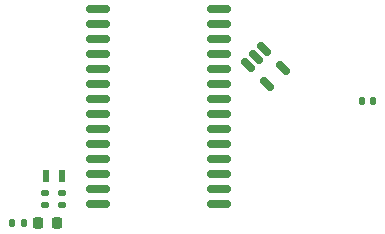
<source format=gbr>
%TF.GenerationSoftware,KiCad,Pcbnew,8.99.0-unknown-4e8e14ae3a~177~ubuntu22.04.1*%
%TF.CreationDate,2024-03-17T17:43:00+10:00*%
%TF.ProjectId,MXBreakout,4d584272-6561-46b6-9f75-742e6b696361,rev?*%
%TF.SameCoordinates,Original*%
%TF.FileFunction,Paste,Top*%
%TF.FilePolarity,Positive*%
%FSLAX46Y46*%
G04 Gerber Fmt 4.6, Leading zero omitted, Abs format (unit mm)*
G04 Created by KiCad (PCBNEW 8.99.0-unknown-4e8e14ae3a~177~ubuntu22.04.1) date 2024-03-17 17:43:00*
%MOMM*%
%LPD*%
G01*
G04 APERTURE LIST*
G04 Aperture macros list*
%AMRoundRect*
0 Rectangle with rounded corners*
0 $1 Rounding radius*
0 $2 $3 $4 $5 $6 $7 $8 $9 X,Y pos of 4 corners*
0 Add a 4 corners polygon primitive as box body*
4,1,4,$2,$3,$4,$5,$6,$7,$8,$9,$2,$3,0*
0 Add four circle primitives for the rounded corners*
1,1,$1+$1,$2,$3*
1,1,$1+$1,$4,$5*
1,1,$1+$1,$6,$7*
1,1,$1+$1,$8,$9*
0 Add four rect primitives between the rounded corners*
20,1,$1+$1,$2,$3,$4,$5,0*
20,1,$1+$1,$4,$5,$6,$7,0*
20,1,$1+$1,$6,$7,$8,$9,0*
20,1,$1+$1,$8,$9,$2,$3,0*%
G04 Aperture macros list end*
%ADD10RoundRect,0.150000X0.875000X0.150000X-0.875000X0.150000X-0.875000X-0.150000X0.875000X-0.150000X0*%
%ADD11RoundRect,0.218750X0.218750X0.256250X-0.218750X0.256250X-0.218750X-0.256250X0.218750X-0.256250X0*%
%ADD12RoundRect,0.150000X-0.468458X0.256326X0.256326X-0.468458X0.468458X-0.256326X-0.256326X0.468458X0*%
%ADD13RoundRect,0.140000X0.170000X-0.140000X0.170000X0.140000X-0.170000X0.140000X-0.170000X-0.140000X0*%
%ADD14RoundRect,0.135000X0.135000X0.185000X-0.135000X0.185000X-0.135000X-0.185000X0.135000X-0.185000X0*%
%ADD15RoundRect,0.140000X-0.140000X-0.170000X0.140000X-0.170000X0.140000X0.170000X-0.140000X0.170000X0*%
%ADD16R,0.600000X1.100000*%
G04 APERTURE END LIST*
D10*
%TO.C,U1*%
X69000000Y-61450000D03*
X69000000Y-60180000D03*
X69000000Y-58910000D03*
X69000000Y-57640000D03*
X69000000Y-56370000D03*
X69000000Y-55100000D03*
X69000000Y-53830000D03*
X69000000Y-52560000D03*
X69000000Y-51290000D03*
X69000000Y-50020000D03*
X69000000Y-48750000D03*
X69000000Y-47480000D03*
X69000000Y-46210000D03*
X69000000Y-44940000D03*
X58700000Y-44945000D03*
X58700000Y-46215000D03*
X58700000Y-47485000D03*
X58700000Y-48755000D03*
X58700000Y-50025000D03*
X58700000Y-51295000D03*
X58700000Y-52565000D03*
X58700000Y-53835000D03*
X58700000Y-55105000D03*
X58700000Y-56375000D03*
X58700000Y-57645000D03*
X58700000Y-58915000D03*
X58700000Y-60185000D03*
X58700000Y-61455000D03*
%TD*%
D11*
%TO.C,D1*%
X55250000Y-63025000D03*
X53675000Y-63025000D03*
%TD*%
D12*
%TO.C,U10*%
X72796751Y-48303249D03*
X72125000Y-48975000D03*
X71453249Y-49646751D03*
X73061917Y-51255419D03*
X74405419Y-49911917D03*
%TD*%
D13*
%TO.C,C2*%
X54250000Y-61480000D03*
X54250000Y-60520000D03*
%TD*%
D14*
%TO.C,R1*%
X52487500Y-63025000D03*
X51467500Y-63025000D03*
%TD*%
D15*
%TO.C,C3*%
X81040000Y-52725000D03*
X82000000Y-52725000D03*
%TD*%
D16*
%TO.C,Y1*%
X54300000Y-59025000D03*
X55700000Y-59025000D03*
%TD*%
D13*
%TO.C,C1*%
X55700000Y-61480000D03*
X55700000Y-60520000D03*
%TD*%
M02*

</source>
